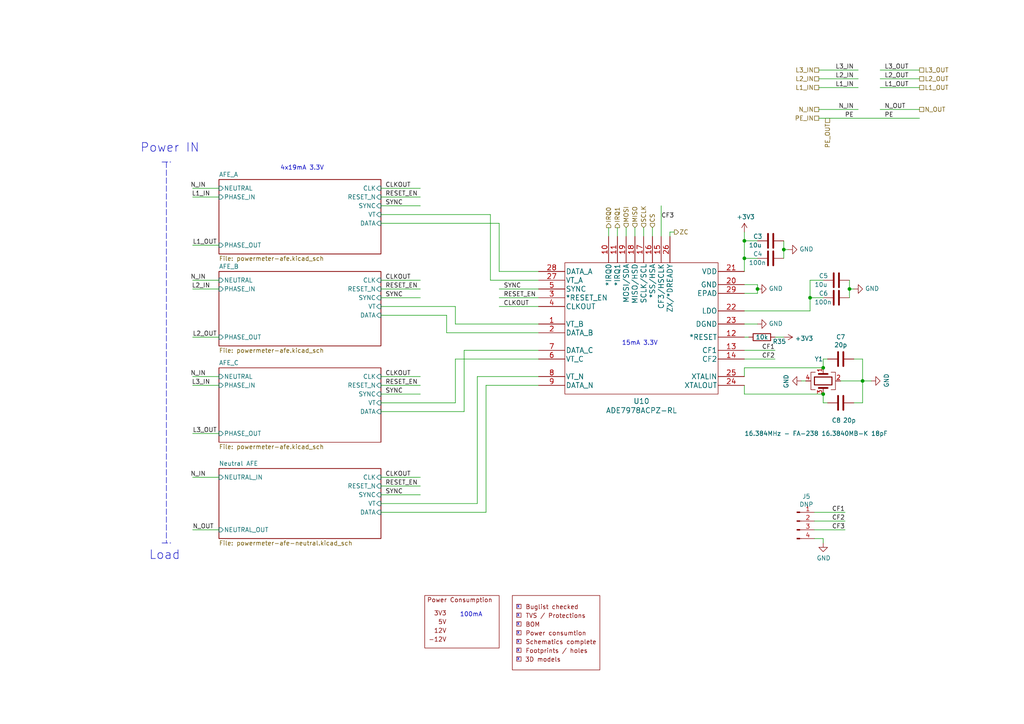
<source format=kicad_sch>
(kicad_sch (version 20211123) (generator eeschema)
  (paper "A4")
  (title_block (title "Yeti Board") (date "2021-05-14") (rev "02") (company "Pionix GmbH") (comment 1 "Cornelius Claussen"))
  (lib_symbols
    (symbol "Connector:Conn_01x04_Male" (pin_names (offset 1.016) hide)
      (property "Reference" "J" (at 0 5.08 0))
      (property "Value" "Conn_01x04_Male" (at 0 -7.62 0))
      (symbol "Conn_01x04_Male_1_1"
        (polyline (pts (xy 1.27 -5.08) (xy 0.8636 -5.08)) (stroke (width 0.1524)))
        (polyline (pts (xy 1.27 -2.54) (xy 0.8636 -2.54)) (stroke (width 0.1524)))
        (polyline (pts (xy 1.27 0) (xy 0.8636 0)) (stroke (width 0.1524)))
        (polyline (pts (xy 1.27 2.54) (xy 0.8636 2.54)) (stroke (width 0.1524)))
        (rectangle (start 0.8636 -4.953) (end 0 -5.207) (stroke (width 0.1524)) (fill (type outline)))
        (rectangle (start 0.8636 -2.413) (end 0 -2.667) (stroke (width 0.1524)) (fill (type outline)))
        (rectangle (start 0.8636 0.127) (end 0 -0.127) (stroke (width 0.1524)) (fill (type outline)))
        (rectangle (start 0.8636 2.667) (end 0 2.413) (stroke (width 0.1524)) (fill (type outline)))
        (pin passive line (at 5.08 2.54 180) (length 3.81) (name "Pin_1") (number "1"))
        (pin passive line (at 5.08 0 180) (length 3.81) (name "Pin_2") (number "2"))
        (pin passive line (at 5.08 -2.54 180) (length 3.81) (name "Pin_3") (number "3"))
        (pin passive line (at 5.08 -5.08 180) (length 3.81) (name "Pin_4") (number "4"))
      )
    )
    (symbol "Device:C" (pin_numbers hide) (pin_names (offset 0.254))
      (property "Reference" "C" (at 0.635 2.54 0))
      (property "Value" "C" (at 0.635 -2.54 0))
      (symbol "C_0_1"
        (polyline (pts (xy -2.032 -0.762) (xy 2.032 -0.762)) (stroke (width 0.508)))
        (polyline (pts (xy -2.032 0.762) (xy 2.032 0.762)) (stroke (width 0.508)))
      )
      (symbol "C_1_1"
        (pin passive line (at 0 3.81 270) (length 2.794) (name "~") (number "1"))
        (pin passive line (at 0 -3.81 90) (length 2.794) (name "~") (number "2"))
      )
    )
    (symbol "Device:Crystal_GND24" (pin_names (offset 1.016) hide)
      (property "Reference" "Y" (at 3.175 5.08 0))
      (property "Value" "Crystal_GND24" (at 3.175 3.175 0))
      (symbol "Crystal_GND24_0_1"
        (rectangle (start -1.143 2.54) (end 1.143 -2.54) (stroke (width 0.3048)))
        (polyline (pts (xy -2.54 0) (xy -2.032 0)))
        (polyline (pts (xy -2.032 -1.27) (xy -2.032 1.27)) (stroke (width 0.508)))
        (polyline (pts (xy 0 -3.81) (xy 0 -3.556)))
        (polyline (pts (xy 0 3.556) (xy 0 3.81)))
        (polyline (pts (xy 2.032 -1.27) (xy 2.032 1.27)) (stroke (width 0.508)))
        (polyline (pts (xy 2.032 0) (xy 2.54 0)))
        (polyline (pts (xy -2.54 -2.286) (xy -2.54 -3.556) (xy 2.54 -3.556) (xy 2.54 -2.286)))
        (polyline (pts (xy -2.54 2.286) (xy -2.54 3.556) (xy 2.54 3.556) (xy 2.54 2.286)))
      )
      (symbol "Crystal_GND24_1_1"
        (pin passive line (at -3.81 0 0) (length 1.27) (name "1") (number "1"))
        (pin passive line (at 0 5.08 270) (length 1.27) (name "2") (number "2"))
        (pin passive line (at 3.81 0 180) (length 1.27) (name "3") (number "3"))
        (pin passive line (at 0 -5.08 90) (length 1.27) (name "4") (number "4"))
      )
    )
    (symbol "Device:R" (pin_numbers hide) (pin_names (offset 0))
      (property "Reference" "R" (at 2.032 0 90))
      (property "Value" "R" (at 0 0 90))
      (symbol "R_0_1"
        (rectangle (start -1.016 -2.54) (end 1.016 2.54) (stroke (width 0.254)))
      )
      (symbol "R_1_1"
        (pin passive line (at 0 3.81 270) (length 1.27) (name "~") (number "1"))
        (pin passive line (at 0 -3.81 90) (length 1.27) (name "~") (number "2"))
      )
    )
    (symbol "ev-devboard:ADE7978ACPZ-RL" (pin_names (offset 0.254))
      (property "Reference" "U" (at 0 -11.43 0))
      (property "Value" "ADE7978ACPZ-RL" (at 1.27 -15.24 0))
      (symbol "ADE7978ACPZ-RL_1_1"
        (rectangle (start -21.59 19.05) (end 22.86 -19.05))
        (pin passive line (at -29.21 1.27 0) (length 7.62) (name "VT_B") (number "1"))
        (pin output line (at -8.89 26.67 270) (length 7.62) (name "*IRQ0") (number "10"))
        (pin output line (at -6.35 26.67 270) (length 7.62) (name "*IRQ1") (number "11"))
        (pin input line (at 30.48 -2.54 180) (length 7.62) (name "*RESET") (number "12"))
        (pin output line (at 30.48 -6.35 180) (length 7.62) (name "CF1") (number "13"))
        (pin output line (at 30.48 -8.89 180) (length 7.62) (name "CF2") (number "14"))
        (pin output line (at 6.35 26.67 270) (length 7.62) (name "CF3/HSCLK") (number "15"))
        (pin input line (at 3.81 26.67 270) (length 7.62) (name "*SS/HSA") (number "16"))
        (pin input line (at 1.27 26.67 270) (length 7.62) (name "SCLK/SCL") (number "17"))
        (pin output line (at -1.27 26.67 270) (length 7.62) (name "MISO/HSD") (number "18"))
        (pin bidirectional line (at -3.81 26.67 270) (length 7.62) (name "MOSI/SDA") (number "19"))
        (pin bidirectional line (at -29.21 -1.27 0) (length 7.62) (name "DATA_B") (number "2"))
        (pin power_in line (at 30.48 12.7 180) (length 7.62) (name "GND") (number "20"))
        (pin power_in line (at 30.48 16.51 180) (length 7.62) (name "VDD") (number "21"))
        (pin output line (at 30.48 5.08 180) (length 7.62) (name "LDO") (number "22"))
        (pin power_in line (at 30.48 1.27 180) (length 7.62) (name "DGND") (number "23"))
        (pin output line (at 30.48 -16.51 180) (length 7.62) (name "XTALOUT") (number "24"))
        (pin input line (at 30.48 -13.97 180) (length 7.62) (name "XTALIN") (number "25"))
        (pin output line (at 8.89 26.67 270) (length 7.62) (name "ZX/*DREADY") (number "26"))
        (pin passive line (at -29.21 13.97 0) (length 7.62) (name "VT_A") (number "27"))
        (pin bidirectional line (at -29.21 16.51 0) (length 7.62) (name "DATA_A") (number "28"))
        (pin power_in line (at 30.48 10.16 180) (length 7.62) (name "EPAD") (number "29"))
        (pin output line (at -29.21 8.89 0) (length 7.62) (name "*RESET_EN") (number "3"))
        (pin output line (at -29.21 6.35 0) (length 7.62) (name "CLKOUT") (number "4"))
        (pin output line (at -29.21 11.43 0) (length 7.62) (name "SYNC") (number "5"))
        (pin passive line (at -29.21 -8.89 0) (length 7.62) (name "VT_C") (number "6"))
        (pin bidirectional line (at -29.21 -6.35 0) (length 7.62) (name "DATA_C") (number "7"))
        (pin passive line (at -29.21 -13.97 0) (length 7.62) (name "VT_N") (number "8"))
        (pin bidirectional line (at -29.21 -16.51 0) (length 7.62) (name "DATA_N") (number "9"))
      )
    )
    (symbol "ev-devboard:CHECKLIST" (pin_numbers hide) (pin_names (offset 0) hide)
      (symbol "CHECKLIST_0_0"
        (rectangle (start -11.43 10.16) (end 13.97 -11.43))
        (rectangle (start -10.16 7.62) (end -8.89 6.35))
        (text "3D models" (at -2.54 -7.62 0) (effects (font (size 1.27 1.27)) (justify top)))
        (text "BOM" (at -7.62 2.54 0) (effects (font (size 1.27 1.27)) (justify left top)))
        (text "Buglist checked" (at -7.62 7.62 0) (effects (font (size 1.27 1.27)) (justify left top)))
        (text "Footprints / holes" (at -7.62 -5.08 0) (effects (font (size 1.27 1.27)) (justify left top)))
        (text "Power consumtion" (at -7.62 0 0) (effects (font (size 1.27 1.27)) (justify left top)))
        (text "Schematics complete" (at -7.62 -2.54 0) (effects (font (size 1.27 1.27)) (justify left top)))
        (text "TVS / Protections" (at -7.62 5.08 0) (effects (font (size 1.27 1.27)) (justify left top)))
      )
      (symbol "CHECKLIST_1_1"
        (rectangle (start -10.16 -7.62) (end -8.89 -8.89))
        (rectangle (start -10.16 -5.08) (end -8.89 -6.35))
        (rectangle (start -10.16 -2.54) (end -8.89 -3.81))
        (rectangle (start -10.16 0) (end -8.89 -1.27))
        (rectangle (start -10.16 2.54) (end -8.89 1.27))
        (rectangle (start -10.16 5.08) (end -8.89 3.81))
      )
    )
    (symbol "ev-devboard:POWERCONSUMPTION" (pin_names (offset 1.016))
      (symbol "POWERCONSUMPTION_0_0"
        (rectangle (start -10.16 7.62) (end 11.43 -7.62))
        (text "-12V" (at -3.81 -5.08 0) (effects (font (size 1.27 1.27)) (justify right)))
        (text "12V" (at -3.81 -2.54 0) (effects (font (size 1.27 1.27)) (justify right)))
        (text "3V3" (at -3.81 2.54 0) (effects (font (size 1.27 1.27)) (justify right)))
        (text "5V" (at -3.81 0 0) (effects (font (size 1.27 1.27)) (justify right)))
        (text "Power Consumption" (at 0 6.35 0) (effects (font (size 1.27 1.27))))
      )
    )
    (symbol "power:+3.3V" (power) (pin_names (offset 0))
      (property "Value" "+3.3V" (at 0 3.556 0))
      (symbol "+3.3V_0_1"
        (polyline (pts (xy -0.762 1.27) (xy 0 2.54)))
        (polyline (pts (xy 0 0) (xy 0 2.54)))
        (polyline (pts (xy 0 2.54) (xy 0.762 1.27)))
      )
      (symbol "+3.3V_1_1"
        (pin power_in line (at 0 0 90) (length 0) hide (name "+3V3") (number "1"))
      )
    )
    (symbol "power:GND" (power) (pin_names (offset 0))
      (property "Value" "GND" (at 0 -3.81 0))
      (symbol "GND_0_1"
        (polyline (pts (xy 0 0) (xy 0 -1.27) (xy 1.27 -1.27) (xy 0 -2.54) (xy -1.27 -1.27) (xy 0 -1.27)))
      )
      (symbol "GND_1_1"
        (pin power_in line (at 0 0 270) (length 0) hide (name "GND") (number "1"))
      )
    )
  )
  (junction (at 227.33 72.39))
  (junction (at 215.9 74.93))
  (junction (at 219.71 83.82))
  (junction (at 238.76 106.68))
  (junction (at 250.19 110.49))
  (junction (at 246.38 83.82))
  (junction (at 234.95 86.36))
  (junction (at 215.9 69.85))
  (junction (at 238.76 114.3))
  (wire (pts (xy 63.5 125.73) (xy 55.88 125.73)))
  (wire (pts (xy 215.9 106.68) (xy 238.76 106.68)))
  (wire (pts (xy 181.61 66.04) (xy 181.61 68.58)))
  (wire (pts (xy 219.71 83.82) (xy 219.71 82.55)))
  (wire (pts (xy 238.76 156.21) (xy 238.76 157.48)))
  (wire (pts (xy 215.9 104.14) (xy 224.79 104.14)))
  (wire (pts (xy 234.95 90.17) (xy 234.95 86.36)))
  (wire (pts (xy 219.71 82.55) (xy 215.9 82.55)))
  (wire (pts (xy 195.58 67.31) (xy 194.31 67.31)))
  (wire (pts (xy 63.5 71.12) (xy 55.88 71.12)))
  (wire (pts (xy 179.07 68.58) (xy 179.07 66.04)))
  (wire (pts (xy 132.08 93.98) (xy 132.08 88.9)))
  (wire (pts (xy 110.49 64.77) (xy 144.78 64.77)))
  (wire (pts (xy 121.92 86.36) (xy 110.49 86.36)))
  (wire (pts (xy 156.21 83.82) (xy 144.78 83.82)))
  (wire (pts (xy 227.33 72.39) (xy 228.6 72.39)))
  (wire (pts (xy 215.9 93.98) (xy 219.71 93.98)))
  (wire (pts (xy 138.43 109.22) (xy 138.43 146.05)))
  (wire (pts (xy 140.97 148.59) (xy 140.97 111.76)))
  (wire (pts (xy 240.03 116.84) (xy 238.76 116.84)))
  (wire (pts (xy 215.9 85.09) (xy 219.71 85.09)))
  (wire (pts (xy 110.49 91.44) (xy 129.54 91.44)))
  (wire (pts (xy 121.92 111.76) (xy 110.49 111.76)))
  (wire (pts (xy 219.71 69.85) (xy 215.9 69.85)))
  (wire (pts (xy 255.27 25.4) (xy 266.7 25.4)))
  (wire (pts (xy 215.9 114.3) (xy 215.9 111.76)))
  (wire (pts (xy 110.49 148.59) (xy 140.97 148.59)))
  (wire (pts (xy 63.5 97.79) (xy 55.88 97.79)))
  (wire (pts (xy 215.9 109.22) (xy 215.9 106.68)))
  (wire (pts (xy 247.65 104.14) (xy 250.19 104.14)))
  (wire (pts (xy 121.92 114.3) (xy 110.49 114.3)))
  (wire (pts (xy 219.71 85.09) (xy 219.71 83.82)))
  (polyline (pts (xy 46.99 46.99) (xy 49.53 46.99)))
  (wire (pts (xy 156.21 81.28) (xy 142.24 81.28)))
  (wire (pts (xy 156.21 109.22) (xy 138.43 109.22)))
  (wire (pts (xy 236.22 148.59) (xy 245.11 148.59)))
  (wire (pts (xy 234.95 86.36) (xy 234.95 81.28)))
  (wire (pts (xy 250.19 110.49) (xy 250.19 116.84)))
  (wire (pts (xy 238.76 106.68) (xy 238.76 104.14)))
  (wire (pts (xy 237.49 34.29) (xy 266.7 34.29)))
  (wire (pts (xy 121.92 57.15) (xy 110.49 57.15)))
  (wire (pts (xy 134.62 101.6) (xy 156.21 101.6)))
  (wire (pts (xy 110.49 119.38) (xy 134.62 119.38)))
  (wire (pts (xy 121.92 140.97) (xy 110.49 140.97)))
  (wire (pts (xy 121.92 138.43) (xy 110.49 138.43)))
  (wire (pts (xy 121.92 109.22) (xy 110.49 109.22)))
  (wire (pts (xy 266.7 22.86) (xy 255.27 22.86)))
  (wire (pts (xy 121.92 54.61) (xy 110.49 54.61)))
  (wire (pts (xy 121.92 83.82) (xy 110.49 83.82)))
  (wire (pts (xy 215.9 114.3) (xy 238.76 114.3)))
  (wire (pts (xy 121.92 81.28) (xy 110.49 81.28)))
  (wire (pts (xy 238.76 81.28) (xy 234.95 81.28)))
  (polyline (pts (xy 46.99 157.48) (xy 49.53 157.48)))
  (wire (pts (xy 132.08 104.14) (xy 132.08 116.84)))
  (wire (pts (xy 144.78 64.77) (xy 144.78 78.74)))
  (wire (pts (xy 176.53 68.58) (xy 176.53 66.04)))
  (wire (pts (xy 255.27 31.75) (xy 266.7 31.75)))
  (wire (pts (xy 227.33 72.39) (xy 227.33 74.93)))
  (wire (pts (xy 217.17 97.79) (xy 215.9 97.79)))
  (wire (pts (xy 186.69 66.04) (xy 186.69 68.58)))
  (wire (pts (xy 248.92 22.86) (xy 237.49 22.86)))
  (wire (pts (xy 236.22 153.67) (xy 245.11 153.67)))
  (wire (pts (xy 132.08 88.9) (xy 110.49 88.9)))
  (wire (pts (xy 246.38 81.28) (xy 246.38 83.82)))
  (wire (pts (xy 63.5 138.43) (xy 55.88 138.43)))
  (wire (pts (xy 63.5 111.76) (xy 55.88 111.76)))
  (wire (pts (xy 138.43 146.05) (xy 110.49 146.05)))
  (wire (pts (xy 132.08 116.84) (xy 110.49 116.84)))
  (wire (pts (xy 236.22 156.21) (xy 238.76 156.21)))
  (wire (pts (xy 132.08 104.14) (xy 156.21 104.14)))
  (wire (pts (xy 121.92 143.51) (xy 110.49 143.51)))
  (wire (pts (xy 234.95 86.36) (xy 238.76 86.36)))
  (wire (pts (xy 156.21 93.98) (xy 132.08 93.98)))
  (wire (pts (xy 121.92 59.69) (xy 110.49 59.69)))
  (wire (pts (xy 250.19 116.84) (xy 247.65 116.84)))
  (wire (pts (xy 255.27 20.32) (xy 266.7 20.32)))
  (wire (pts (xy 233.68 110.49) (xy 232.41 110.49)))
  (wire (pts (xy 55.88 109.22) (xy 63.5 109.22)))
  (wire (pts (xy 189.23 66.04) (xy 189.23 68.58)))
  (wire (pts (xy 227.33 97.79) (xy 224.79 97.79)))
  (wire (pts (xy 215.9 74.93) (xy 215.9 69.85)))
  (wire (pts (xy 243.84 110.49) (xy 250.19 110.49)))
  (wire (pts (xy 129.54 96.52) (xy 156.21 96.52)))
  (wire (pts (xy 191.77 68.58) (xy 191.77 59.69)))
  (wire (pts (xy 234.95 90.17) (xy 215.9 90.17)))
  (wire (pts (xy 246.38 83.82) (xy 246.38 86.36)))
  (wire (pts (xy 248.92 25.4) (xy 237.49 25.4)))
  (wire (pts (xy 140.97 111.76) (xy 156.21 111.76)))
  (wire (pts (xy 250.19 104.14) (xy 250.19 110.49)))
  (wire (pts (xy 215.9 78.74) (xy 215.9 74.93)))
  (wire (pts (xy 144.78 78.74) (xy 156.21 78.74)))
  (wire (pts (xy 134.62 119.38) (xy 134.62 101.6)))
  (wire (pts (xy 215.9 69.85) (xy 215.9 67.31)))
  (wire (pts (xy 63.5 81.28) (xy 55.88 81.28)))
  (wire (pts (xy 156.21 86.36) (xy 144.78 86.36)))
  (wire (pts (xy 246.38 83.82) (xy 247.65 83.82)))
  (polyline (pts (xy 48.26 46.99) (xy 48.26 157.48)))
  (wire (pts (xy 238.76 116.84) (xy 238.76 114.3)))
  (wire (pts (xy 215.9 101.6) (xy 224.79 101.6)))
  (wire (pts (xy 236.22 151.13) (xy 245.11 151.13)))
  (wire (pts (xy 63.5 57.15) (xy 55.88 57.15)))
  (wire (pts (xy 248.92 31.75) (xy 237.49 31.75)))
  (wire (pts (xy 184.15 66.04) (xy 184.15 68.58)))
  (wire (pts (xy 63.5 83.82) (xy 55.88 83.82)))
  (wire (pts (xy 215.9 74.93) (xy 219.71 74.93)))
  (wire (pts (xy 227.33 69.85) (xy 227.33 72.39)))
  (wire (pts (xy 156.21 88.9) (xy 144.78 88.9)))
  (wire (pts (xy 63.5 153.67) (xy 55.88 153.67)))
  (wire (pts (xy 63.5 54.61) (xy 55.88 54.61)))
  (wire (pts (xy 194.31 67.31) (xy 194.31 68.58)))
  (wire (pts (xy 142.24 81.28) (xy 142.24 62.23)))
  (wire (pts (xy 250.19 110.49) (xy 252.73 110.49)))
  (wire (pts (xy 129.54 91.44) (xy 129.54 96.52)))
  (wire (pts (xy 248.92 20.32) (xy 237.49 20.32)))
  (wire (pts (xy 238.76 104.14) (xy 240.03 104.14)))
  (wire (pts (xy 142.24 62.23) (xy 110.49 62.23)))
  (text "X" (at 149.86 191.77 0) (effects (font (size 0.762 0.762)) (justify left bottom)))
  (text "X" (at 149.86 186.69 0) (effects (font (size 0.762 0.762)) (justify left bottom)))
  (text "X" (at 149.86 181.61 0) (effects (font (size 0.762 0.762)) (justify left bottom)))
  (text "15mA 3.3V" (at 180.34 100.33 0) (effects (font (size 1.27 1.27)) (justify left bottom)))
  (text "X" (at 149.86 189.23 0) (effects (font (size 0.762 0.762)) (justify left bottom)))
  (text "X" (at 149.86 176.53 0) (effects (font (size 0.762 0.762)) (justify left bottom)))
  (text "4x19mA 3.3V" (at 81.28 49.53 0) (effects (font (size 1.27 1.27)) (justify left bottom)))
  (text "X" (at 149.86 184.15 0) (effects (font (size 0.762 0.762)) (justify left bottom)))
  (text "Power IN" (at 40.64 44.45 0) (effects (font (size 2.54 2.54)) (justify left bottom)))
  (text "X" (at 149.86 179.07 0) (effects (font (size 0.762 0.762)) (justify left bottom)))
  (text "100mA" (at 133.35 179.07 0) (effects (font (size 1.27 1.27)) (justify left bottom)))
  (text "Load" (at 43.18 162.56 0) (effects (font (size 2.54 2.54)) (justify left bottom)))
  (label "N_IN" (at 59.69 54.61 180))
  (label "L1_IN" (at 60.96 57.15 180))
  (label "L3_IN" (at 247.65 20.32 180))
  (label "SYNC" (at 111.76 114.3 0))
  (label "RESET_EN" (at 111.76 83.82 0))
  (label "N_IN" (at 59.69 81.28 180))
  (label "L2_OUT" (at 256.54 22.86 0))
  (label "CF3" (at 241.3 153.67 0))
  (label "SYNC" (at 111.76 59.69 0))
  (label "PE" (at 256.54 34.29 0))
  (label "L1_IN" (at 247.65 25.4 180))
  (label "PE" (at 247.65 34.29 180))
  (label "RESET_EN" (at 146.05 86.36 0))
  (label "N_IN" (at 59.69 109.22 180))
  (label "CLKOUT" (at 111.76 54.61 0))
  (label "L2_IN" (at 247.65 22.86 180))
  (label "L1_OUT" (at 256.54 25.4 0))
  (label "CF2" (at 220.98 104.14 0))
  (label "L3_IN" (at 60.96 111.76 180))
  (label "L2_IN" (at 60.96 83.82 180))
  (label "CLKOUT" (at 111.76 81.28 0))
  (label "SYNC" (at 146.05 83.82 0))
  (label "CF1" (at 241.3 148.59 0))
  (label "CF1" (at 220.98 101.6 0))
  (label "CLKOUT" (at 146.05 88.9 0))
  (label "N_IN" (at 59.69 138.43 180))
  (label "RESET_EN" (at 111.76 57.15 0))
  (label "N_IN" (at 247.65 31.75 180))
  (label "N_OUT" (at 55.88 153.67 0))
  (label "SYNC" (at 111.76 86.36 0))
  (label "SYNC" (at 111.76 143.51 0))
  (label "L3_OUT" (at 55.88 125.73 0))
  (label "L1_OUT" (at 55.88 71.12 0))
  (label "CLKOUT" (at 111.76 109.22 0))
  (label "RESET_EN" (at 111.76 140.97 0))
  (label "CF3" (at 191.77 63.5 0))
  (label "CF2" (at 241.3 151.13 0))
  (label "N_OUT" (at 256.54 31.75 0))
  (label "CLKOUT" (at 111.76 138.43 0))
  (label "RESET_EN" (at 111.76 111.76 0))
  (label "L3_OUT" (at 256.54 20.32 0))
  (label "L2_OUT" (at 55.88 97.79 0))
  (hierarchical_label "MOSI" (shape input) (at 181.61 66.04 90))
  (hierarchical_label "ZC" (shape output) (at 195.58 67.31 0))
  (hierarchical_label "PE_OUT" (shape passive) (at 240.03 34.29 270))
  (hierarchical_label "L2_IN" (shape passive) (at 237.49 22.86 180))
  (hierarchical_label "SCLK" (shape input) (at 186.69 66.04 90))
  (hierarchical_label "MISO" (shape input) (at 184.15 66.04 90))
  (hierarchical_label "L2_OUT" (shape passive) (at 266.7 22.86 0))
  (hierarchical_label "N_OUT" (shape passive) (at 266.7 31.75 0))
  (hierarchical_label "L1_IN" (shape passive) (at 237.49 25.4 180))
  (hierarchical_label "CS" (shape input) (at 189.23 66.04 90))
  (hierarchical_label "L3_OUT" (shape passive) (at 266.7 20.32 0))
  (hierarchical_label "L3_IN" (shape passive) (at 237.49 20.32 180))
  (hierarchical_label "N_IN" (shape passive) (at 237.49 31.75 180))
  (hierarchical_label "L1_OUT" (shape passive) (at 266.7 25.4 0))
  (hierarchical_label "PE_IN" (shape passive) (at 237.49 34.29 180))
  (hierarchical_label "IRQ0" (shape output) (at 176.53 66.04 90))
  (hierarchical_label "IRQ1" (shape output) (at 179.07 66.04 90))
  (symbol (lib_id "ev-devboard:ADE7978ACPZ-RL") (at 185.42 95.25 0) (unit 1)
    (property "Reference" "U10" (at 186.055 116.3574 0) (effects (font (size 1.524 1.524))))
    (property "Value" "ADE7978ACPZ-RL" (at 186.055 119.0498 0) (effects (font (size 1.524 1.524))))
    (property "Footprint" "ev-devboard:ADE7978ACPZ-RL" (effects hide))
    (property "Digikey" "505-ADE7978ACPZ-RLCT-ND" (effects hide))
    (property "MPN" "ADE7978ACPZ-RL" (effects hide))
    (property "Manufacturer" "Analog Devices" (effects hide))
    (property "Price" "2.87" (effects hide))
  )
  (symbol (lib_id "Device:Crystal_GND24") (at 238.76 110.49 270) (unit 1)
    (property "Reference" "Y1" (at 236.22 104.14 90) (effects (justify left)))
    (property "Value" "16.384MHz - FA-238 16.3840MB-K 18pF" (at 215.9 125.73 90) (effects (justify left)))
    (property "Footprint" "Crystal:Crystal_SMD_SeikoEpson_FA238-4Pin_3.2x2.5mm" (effects hide))
    (property "Digikey" "SER4206-ND" (effects hide))
    (property "MPN" "FA-238 16.3840MB-K" (effects hide))
    (property "Price" "0.18" (effects hide))
  )
  (symbol (lib_id "power:GND") (at 252.73 110.49 90) (unit 1)
    (property "Reference" "#PWR040" (effects hide))
    (property "Value" "GND" (at 257.1242 110.363 0))
  )
  (symbol (lib_id "power:GND") (at 232.41 110.49 270) (unit 1)
    (property "Reference" "#PWR037" (effects hide))
    (property "Value" "GND" (at 228.0158 110.617 0))
  )
  (symbol (lib_id "Device:C") (at 243.84 104.14 270) (unit 1)
    (property "Reference" "C7" (at 243.84 97.7392 90))
    (property "Value" "20p" (at 243.84 100.0506 90))
    (property "Footprint" "Capacitor_SMD:C_0603_1608Metric" (effects hide))
  )
  (symbol (lib_id "Device:C") (at 243.84 116.84 270) (unit 1)
    (property "Reference" "C8" (at 242.57 121.92 90))
    (property "Value" "20p" (at 246.38 121.92 90))
    (property "Footprint" "Capacitor_SMD:C_0603_1608Metric" (effects hide))
  )
  (symbol (lib_id "Device:R") (at 220.98 97.79 270) (unit 1)
    (property "Reference" "R35" (at 226.06 99.06 90))
    (property "Value" "10k" (at 220.98 97.79 90))
    (property "Footprint" "Resistor_SMD:R_0603_1608Metric" (effects hide))
  )
  (symbol (lib_id "power:+3.3V") (at 227.33 97.79 270) (unit 1)
    (property "Reference" "#PWR035" (effects hide))
    (property "Value" "+3.3V" (at 230.5812 98.171 90) (effects (justify left)))
  )
  (symbol (lib_id "power:GND") (at 219.71 83.82 90) (unit 1)
    (property "Reference" "#PWR033" (effects hide))
    (property "Value" "GND" (at 222.9612 83.693 90) (effects (justify right)))
  )
  (symbol (lib_id "power:+3.3V") (at 215.9 67.31 0) (unit 1)
    (property "Reference" "#PWR032" (effects hide))
    (property "Value" "+3.3V" (at 216.281 62.9158 0))
  )
  (symbol (lib_id "Device:C") (at 223.52 74.93 270) (unit 1)
    (property "Reference" "C4" (at 218.44 73.66 90) (effects (justify left)))
    (property "Value" "100n" (at 217.17 76.2 90) (effects (justify left)))
    (property "Footprint" "Capacitor_SMD:C_0603_1608Metric" (effects hide))
  )
  (symbol (lib_id "Device:C") (at 223.52 69.85 270) (unit 1)
    (property "Reference" "C3" (at 218.44 68.58 90) (effects (justify left)))
    (property "Value" "10u" (at 217.17 71.12 90) (effects (justify left)))
    (property "Footprint" "Capacitor_SMD:C_0603_1608Metric" (effects hide))
  )
  (symbol (lib_id "power:GND") (at 228.6 72.39 90) (unit 1)
    (property "Reference" "#PWR036" (effects hide))
    (property "Value" "GND" (at 231.8512 72.263 90) (effects (justify right)))
  )
  (symbol (lib_id "Device:C") (at 242.57 86.36 270) (unit 1)
    (property "Reference" "C6" (at 237.49 85.09 90) (effects (justify left)))
    (property "Value" "100n" (at 236.22 87.63 90) (effects (justify left)))
    (property "Footprint" "Capacitor_SMD:C_0603_1608Metric" (effects hide))
  )
  (symbol (lib_id "Device:C") (at 242.57 81.28 270) (unit 1)
    (property "Reference" "C5" (at 237.49 80.01 90) (effects (justify left)))
    (property "Value" "10u" (at 236.22 82.55 90) (effects (justify left)))
    (property "Footprint" "Capacitor_SMD:C_0603_1608Metric" (effects hide))
  )
  (symbol (lib_id "power:GND") (at 247.65 83.82 90) (unit 1)
    (property "Reference" "#PWR039" (effects hide))
    (property "Value" "GND" (at 250.9012 83.693 90) (effects (justify right)))
  )
  (symbol (lib_id "power:GND") (at 219.71 93.98 90) (unit 1)
    (property "Reference" "#PWR034" (effects hide))
    (property "Value" "GND" (at 222.9612 93.853 90) (effects (justify right)))
  )
  (symbol (lib_id "Connector:Conn_01x04_Male") (at 231.14 151.13 0) (unit 1)
    (property "Reference" "J5" (at 233.8832 143.9926 0))
    (property "Value" "DNP" (at 233.8832 146.304 0))
    (property "Footprint" "Connector_PinHeader_2.54mm:PinHeader_1x04_P2.54mm_Vertical" (effects hide))
  )
  (symbol (lib_id "power:GND") (at 238.76 157.48 0) (unit 1)
    (property "Reference" "#PWR038" (effects hide))
    (property "Value" "GND" (at 238.887 161.8742 0))
  )
  (symbol (lib_id "ev-devboard:POWERCONSUMPTION") (at 133.35 180.34 0) (unit 1)
    (property "Reference" "#NONE5" (effects hide))
    (property "Value" "POWERCONSUMPTION" (effects hide))
  )
  (symbol (lib_id "ev-devboard:CHECKLIST") (at 160.02 182.88 0) (unit 1)
    (property "Reference" "#NONE6" (effects hide))
    (property "Value" "CHECKLIST" (effects hide))
  )
  (sheet (at 63.5 52.07) (size 46.99 21.59)
    (property "Sheet name" "AFE_A" (at 63.5 51.3584 0) (effects (justify left bottom)))
    (property "Sheet file" "powermeter-afe.kicad_sch" (at 63.5 74.2446 0) (effects (justify left top)))
    (pin "CLK" input (at 110.49 54.61 0))
    (pin "RESET_N" input (at 110.49 57.15 0))
    (pin "SYNC" input (at 110.49 59.69 0))
    (pin "VT" input (at 110.49 62.23 0))
    (pin "DATA" input (at 110.49 64.77 0))
    (pin "NEUTRAL" input (at 63.5 54.61 180))
    (pin "PHASE_IN" input (at 63.5 57.15 180))
    (pin "PHASE_OUT" input (at 63.5 71.12 180))
  )
  (sheet (at 63.5 135.89) (size 46.99 20.32)
    (property "Sheet name" "Neutral AFE" (at 63.5 135.1784 0) (effects (justify left bottom)))
    (property "Sheet file" "powermeter-afe-neutral.kicad_sch" (at 63.5 156.7946 0) (effects (justify left top)))
    (pin "CLK" input (at 110.49 138.43 0))
    (pin "RESET_N" input (at 110.49 140.97 0))
    (pin "SYNC" input (at 110.49 143.51 0))
    (pin "VT" input (at 110.49 146.05 0))
    (pin "DATA" input (at 110.49 148.59 0))
    (pin "NEUTRAL_OUT" input (at 63.5 153.67 180))
    (pin "NEUTRAL_IN" input (at 63.5 138.43 180))
  )
  (sheet (at 63.5 78.74) (size 46.99 21.59)
    (property "Sheet name" "AFE_B" (at 63.5 78.0284 0) (effects (justify left bottom)))
    (property "Sheet file" "powermeter-afe.kicad_sch" (at 63.5 100.9146 0) (effects (justify left top)))
    (pin "CLK" input (at 110.49 81.28 0))
    (pin "RESET_N" input (at 110.49 83.82 0))
    (pin "SYNC" input (at 110.49 86.36 0))
    (pin "VT" input (at 110.49 88.9 0))
    (pin "DATA" input (at 110.49 91.44 0))
    (pin "NEUTRAL" input (at 63.5 81.28 180))
    (pin "PHASE_IN" input (at 63.5 83.82 180))
    (pin "PHASE_OUT" input (at 63.5 97.79 180))
  )
  (sheet (at 63.5 106.68) (size 46.99 21.59)
    (property "Sheet name" "AFE_C" (at 63.5 105.9684 0) (effects (justify left bottom)))
    (property "Sheet file" "powermeter-afe.kicad_sch" (at 63.5 128.8546 0) (effects (justify left top)))
    (pin "CLK" input (at 110.49 109.22 0))
    (pin "RESET_N" input (at 110.49 111.76 0))
    (pin "SYNC" input (at 110.49 114.3 0))
    (pin "VT" input (at 110.49 116.84 0))
    (pin "DATA" input (at 110.49 119.38 0))
    (pin "NEUTRAL" input (at 63.5 109.22 180))
    (pin "PHASE_IN" input (at 63.5 111.76 180))
    (pin "PHASE_OUT" input (at 63.5 125.73 180))
  )
)
</source>
